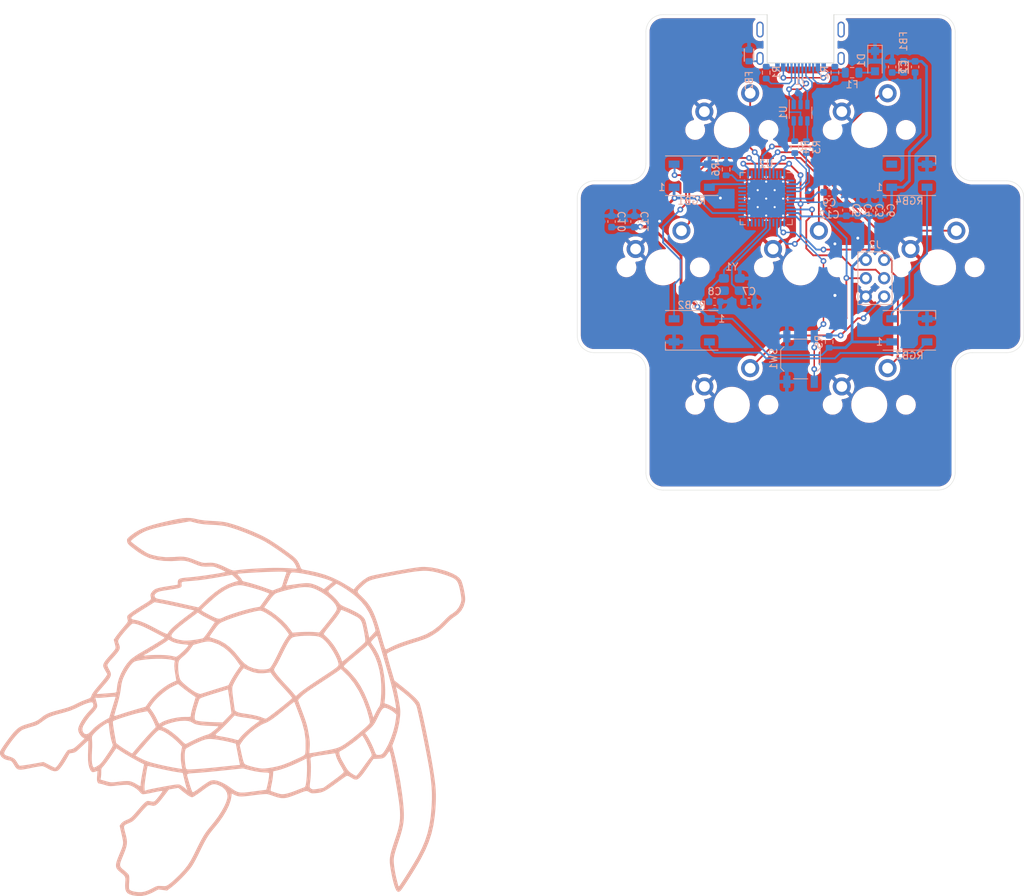
<source format=kicad_pcb>
(kicad_pcb (version 20211014) (generator pcbnew)
  (layers (0 "F.Cu" signal) (31 "B.Cu" signal) (34 "B.Paste" user) (35 "F.Paste" user) (36 "B.SilkS" user "B.Silkscreen") (37 "F.SilkS" user "F.Silkscreen") (38 "B.Mask" user) (39 "F.Mask" user) (44 "Edge.Cuts" user))
  (net 0 "")
  (net 2 "GND")
  (net 3 "VCC")
  (net 4 "Net-(C1-Pad1)")
  (net 5 "Net-(RGB1-Pad2)")
  (net 6 "LED")
  (net 7 "Net-(RGB2-Pad2)")
  (net 8 "Net-(RGB3-Pad2)")
  (net 9 "Net-(C7-Pad2)")
  (net 10 "Net-(C8-Pad2)")
  (net 11 "MX1")
  (net 12 "MX2")
  (net 13 "MX3")
  (net 14 "MX4")
  (net 15 "MX5")
  (net 16 "MX6")
  (net 17 "MX7")
  (net 18 "/VBUS")
  (net 19 "Net-(FB2-Pad2)")
  (net 20 "Net-(J1-PadA5)")
  (net 21 "Net-(J1-PadA6)")
  (net 22 "Net-(J1-PadA7)")
  (net 24 "Net-(J1-PadB5)")
  (net 26 "MISO")
  (net 27 "MOSI")
  (net 28 "RST")
  (net 29 "/MCU+")
  (net 30 "D+")
  (net 31 "/MCU-")
  (net 32 "D-")
  (net 33 "Net-(R6-Pad2)")
  (net 37 "Net-(C9-Pad1)")
  (net 38 "SCK")
  (footprint "0xcb:SW_Cherry_MX_PCB_1.00u" (layer "F.Cu") (at 137.31875 108.825939)
    (fp_text reference "MX7")
    (fp_text value "MX-NoLED")
  )
  (footprint "0xcb:SW_Cherry_MX_PCB_1.00u" (layer "F.Cu") (at 118.26875 70.725939)
    (fp_text reference "MX1")
    (fp_text value "MX-NoLED")
  )
  (footprint "0xcb:SW_Cherry_MX_PCB_1.00u" (layer "F.Cu") (at 127.79375 89.775939)
    (fp_text reference "MX4")
    (fp_text value "MX-NoLED")
  )
  (footprint "0xcb:SW_Cherry_MX_PCB_1.00u" (layer "F.Cu") (at 137.31875 70.725939)
    (fp_text reference "MX2")
    (fp_text value "MX-NoLED")
  )
  (footprint "0xcb:SW_Cherry_MX_PCB_1.00u" (layer "F.Cu") (at 146.84375 89.775939)
    (fp_text reference "MX5")
    (fp_text value "MX-NoLED")
  )
  (footprint "0xcb:SW_Cherry_MX_PCB_1.00u" (layer "F.Cu") (at 118.26875 108.825939)
    (fp_text reference "MX6")
    (fp_text value "MX-NoLED")
  )
  (footprint "0xcb:SW_Cherry_MX_PCB_1.00u" (layer "F.Cu") (at 108.74375 89.775939)
    (fp_text reference "MX3")
    (fp_text value "MX-NoLED")
  )
  (footprint "Resistor_SMD:R_0603_1608Metric" (layer "B.Cu") (at 117.475 76.2 -90)
    (fp_text reference "R6")
    (fp_text value "10k")
  )
  (footprint "LED_SMD:LED_WS2812B_PLCC4_5.0x5.0mm_P3.2mm" (layer "B.Cu") (at 142.875 98.507189)
    (fp_text reference "RGB3")
    (fp_text value "WS2812B")
  )
  (footprint "0xcb:molex2169900001" (layer "B.Cu") (at 127.79375 54.717189)
    (fp_text reference "J1")
    (fp_text value "USB_IN")
    (fp_line (start -4.625 0.025) (end -4.625 6.725) (layer "Edge.Cuts") (width 0.1))
    (fp_line (start 4.615 0.025) (end 4.615 6.725) (layer "Edge.Cuts") (width 0.1))
    (fp_line (start -4.625 6.725) (end 4.615 6.725) (layer "Edge.Cuts") (width 0.1))
  )
  (footprint "Capacitor_SMD:C_0603_1608Metric" (layer "B.Cu") (at 137.31875 81.875939 90)
    (fp_text reference "C3")
    (fp_text value "100n")
  )
  (footprint "0xcb:Fuse_0805_2012Metric" (layer "B.Cu") (at 134.9375 62.788439)
    (fp_text reference "F1")
    (fp_text value "1A")
  )
  (footprint "Capacitor_SMD:C_0603_1608Metric" (layer "B.Cu") (at 134.14375 81.857189 90)
    (fp_text reference "C5")
    (fp_text value "100n")
  )
  (footprint "Capacitor_SMD:C_0603_1608Metric" (layer "B.Cu") (at 104.775 83.425939 90)
    (fp_text reference "C11")
    (fp_text value "100n")
  )
  (footprint "Button_Switch_SMD:SW_SPST_TL3342" (layer "B.Cu") (at 127.79375 102.475939 -90)
    (fp_text reference "SW1")
    (fp_text value "SW_Push")
  )
  (footprint "LED_SMD:LED_WS2812B_PLCC4_5.0x5.0mm_P3.2mm" (layer "B.Cu") (at 112.7125 98.507189 180)
    (fp_text reference "RGB2")
    (fp_text value "WS2812B")
  )
  (footprint "Capacitor_SMD:C_0603_1608Metric" (layer "B.Cu") (at 115.8875 94.538439 180)
    (fp_text reference "C8")
    (fp_text value "22p")
  )
  (footprint "Resistor_SMD:R_0603_1608Metric" (layer "B.Cu") (at 131.7625 100.094689 -90)
    (fp_text reference "R5")
    (fp_text value "10k")
  )
  (footprint "Package_TO_SOT_SMD:SOT-23-6" (layer "B.Cu") (at 127.79375 68.344689 -90)
    (fp_text reference "U1")
    (fp_text value "USBLC6-2SC6")
  )
  (footprint "Resistor_SMD:R_0603_1608Metric" (layer "B.Cu") (at 123.03125 62.788439 90)
    (fp_text reference "R1")
    (fp_text value "5.1k")
  )
  (footprint "Capacitor_SMD:C_0603_1608Metric" (layer "B.Cu") (at 138.90625 81.875939 90)
    (fp_text reference "C6")
    (fp_text value "1u")
  )
  (footprint "Capacitor_SMD:C_0603_1608Metric" (layer "B.Cu") (at 120.65 94.538439 180)
    (fp_text reference "C7")
    (fp_text value "22p")
  )
  (footprint "Resistor_SMD:R_0603_1608Metric" (layer "B.Cu") (at 132.55625 62.788439 -90)
    (fp_text reference "R2")
    (fp_text value "5.1k")
  )
  (footprint "Resistor_SMD:R_0603_1608Metric" (layer "B.Cu") (at 127 73.107189 90)
    (fp_text reference "R4")
    (fp_text value "22")
  )
  (footprint "Capacitor_SMD:C_0603_1608Metric" (layer "B.Cu") (at 135.73125 81.875939 90)
    (fp_text reference "C4")
    (fp_text value "100n")
  )
  (footprint "Capacitor_SMD:C_0603_1608Metric" (layer "B.Cu") (at 131.7625 81.044689)
    (fp_text reference "C12")
    (fp_text value "1u")
  )
  (footprint "0xcb:AVR_PROG_2.54_THT" (layer "B.Cu") (at 138.1125 91.28125 -90)
    (fp_text reference "J2")
    (fp_text value "AVR-ISP-6")
  )
  (footprint "0xcb:Crystal_SMD_3225-4Pin_3.2x2.5mm" (layer "B.Cu") (at 118.26875 92.157189 180)
    (fp_text reference "Y1")
    (fp_text value "16MHz")
  )
  (footprint "0xcb:Ferrite_Bead_0603" (layer "B.Cu") (at 120.65 60.407189 -90)
    (fp_text reference "FB2")
    (fp_text value "600R" hide)
  )
  (footprint "LED_SMD:LED_WS2812B_PLCC4_5.0x5.0mm_P3.2mm" (layer "B.Cu") (at 112.7125 77.075939)
    (fp_text reference "RGB1")
    (fp_text value "WS2812B")
  )
  (footprint "Capacitor_SMD:C_0603_1608Metric" (layer "B.Cu") (at 101.6 83.425939 90)
    (fp_text reference "C10")
    (fp_text value "100n")
  )
  (footprint "0xcb:QFN-44-1EP_7x7mm_P0.5mm_EP5.2x5.2mm_ThermalVias" (layer "B.Cu") (at 123.03125 80.250939 180)
    (fp_text reference "U2")
    (fp_text value "ATMEGA32U4")
  )
  (footprint "0xcb:Ferrite_Bead_0603" (layer "B.Cu") (at 142.08125 61.994689 90)
    (fp_text reference "FB1")
    (fp_text value "600R" hide)
  )
  (footprint "Capacitor_SMD:C_0603_1608Metric" (layer "B.Cu") (at 143.66875 61.994689 -90)
    (fp_text reference "C2")
    (fp_text value "1u")
  )
  (footprint "Capacitor_SMD:C_0603_1608Metric" (layer "B.Cu") (at 131.7625 79.375)
    (fp_text reference "C9")
    (fp_text value "100n")
  )
  (footprint "LOGO" (layer "B.Cu") (at 50.00625 151.688439 -170)
    (fp_text reference "G***" hide)
    (fp_text value "LOGO" hide)
  )
  (footprint "Capacitor_SMD:C_0603_1608Metric" (layer "B.Cu") (at 140.49375 61.994689 90)
    (fp_text reference "C1")
    (fp_text value "10u")
  )
  (footprint "LED_SMD:LED_WS2812B_PLCC4_5.0x5.0mm_P3.2mm" (layer "B.Cu") (at 142.875 77.075939)
    (fp_text reference "RGB4")
    (fp_text value "WS2812B")
  )
  (footprint "Resistor_SMD:R_0603_1608Metric" (layer "B.Cu") (at 128.5875 73.107189 90)
    (fp_text reference "R3")
    (fp_text value "22")
  )
  (footprint "Diode_SMD:D_SOD-123F" (layer "B.Cu") (at 138.1125 61.200939 -90)
    (fp_text reference "D1")
    (fp_text value "SMF5.0CA")
  )
  (gr_arc (start 156.36875 77.7875) (mid 158.052548 78.484952) (end 158.75 80.16875) (layer "Edge.Cuts") (width 0.05))
  (gr_arc (start 106.3625 57.123439) (mid 107.059952 55.439641) (end 108.74375 54.742189) (layer "Edge.Cuts") (width 0.05))
  (gr_arc (start 103.98125 101.6) (mid 105.665048 102.297452) (end 106.3625 103.98125) (layer "Edge.Cuts") (width 0.05))
  (gr_line (start 149.225 57.94375) (end 149.225 57.123439) (layer "Edge.Cuts") (width 0.05))
  (gr_arc (start 146.84375 54.742189) (mid 148.527548 55.439641) (end 149.225 57.123439) (layer "Edge.Cuts") (width 0.05))
  (gr_line (start 156.36875 77.7875) (end 151.60625 77.7875) (layer "Edge.Cuts") (width 0.05))
  (gr_arc (start 151.60625 77.7875) (mid 149.922452 77.090048) (end 149.225 75.40625) (layer "Edge.Cuts") (width 0.05))
  (gr_arc (start 99.21875 101.6) (mid 97.534952 100.902548) (end 96.8375 99.21875) (layer "Edge.Cuts") (width 0.05))
  (gr_line (start 99.21875 101.6) (end 103.98125 101.6) (layer "Edge.Cuts") (width 0.05))
  (gr_line (start 108.74375 120.65) (end 146.84375 120.65) (layer "Edge.Cuts") (width 0.05))
  (gr_line (start 106.3625 57.123439) (end 106.3625 75.40625) (layer "Edge.Cuts") (width 0.05))
  (gr_line (start 149.225 118.26875) (end 149.225 103.98125) (layer "Edge.Cuts") (width 0.05))
  (gr_line (start 106.3625 103.98125) (end 106.3625 118.26875) (layer "Edge.Cuts") (width 0.05))
  (gr_line (start 103.98125 77.7875) (end 99.21875 77.7875) (layer "Edge.Cuts") (width 0.05))
  (gr_line (start 158.75 99.21875) (end 158.75 80.16875) (layer "Edge.Cuts") (width 0.05))
  (gr_arc (start 158.75 99.21875) (mid 158.052548 100.902548) (end 156.36875 101.6) (layer "Edge.Cuts") (width 0.05))
  (gr_arc (start 149.225 103.98125) (mid 149.922452 102.297452) (end 151.60625 101.6) (layer "Edge.Cuts") (width 0.05))
  (gr_arc (start 149.225 118.26875) (mid 148.527548 119.952548) (end 146.84375 120.65) (layer "Edge.Cuts") (width 0.05))
  (gr_arc (start 96.8375 80.16875) (mid 97.534952 78.484952) (end 99.21875 77.7875) (layer "Edge.Cuts") (width 0.05))
  (gr_line (start 151.60625 101.6) (end 156.36875 101.6) (layer "Edge.Cuts") (width 0.05))
  (gr_line (start 123.16875 54.742189) (end 108.74375 54.742189) (layer "Edge.Cuts") (width 0.05))
  (gr_line (start 96.8375 80.16875) (end 96.8375 99.21875) (layer "Edge.Cuts") (width 0.05))
  (gr_line (start 149.225 75.40625) (end 149.225 57.94375) (layer "Edge.Cuts") (width 0.05))
  (gr_arc (start 108.74375 120.65) (mid 107.059952 119.952548) (end 106.3625 118.26875) (layer "Edge.Cuts") (width 0.05))
  (gr_arc (start 106.3625 75.40625) (mid 105.665048 77.090048) (end 103.98125 77.7875) (layer "Edge.Cuts") (width 0.05))
  (gr_line (start 132.40875 54.742189) (end 146.84375 54.742189) (layer "Edge.Cuts") (width 0.05))
  (via (at 132.55625 93.6625) (size 0.8) (drill 0.4) (layers "F.Cu" "B.Cu") (net 2))
  (via (at 135.73125 85.725) (size 0.8) (drill 0.4) (layers "F.Cu" "B.Cu") (net 2))
  (via (at 132.55625 93.6625) (size 0.8) (drill 0.4) (layers "F.Cu" "B.Cu") (net 2))
  (via (at 129.072531 79.023114) (size 0.8) (drill 0.4) (layers "F.Cu" "B.Cu") (net 2))
  (via (at 108.254941 83.381183) (size 0.8) (drill 0.4) (layers "F.Cu" "B.Cu") (net 2))
  (via (at 132.55625 93.6625) (size 0.8) (drill 0.4) (layers "F.Cu" "B.Cu") (net 2))
  (via (at 116.68125 80.16875) (size 0.8) (drill 0.4) (layers "F.Cu" "B.Cu") (net 2))
  (via (at 132.55625 86.51875) (size 0.8) (drill 0.4) (layers "F.Cu" "B.Cu") (net 2))
  (segment (start 126.20625 75.40625) (end 119.85625 75.40625) (width 0.254) (layer "F.Cu") (net 3))
  (segment (start 106.3625 84.1375) (end 107.15625 84.1375) (width 0.381) (layer "F.Cu") (net 3))
  (segment (start 127.79375 80.9625) (end 127.79375 80.977439) (width 0.254) (layer "F.Cu") (net 3))
  (segment (start 111.233771 92.759979) (end 111.233771 92.977521) (width 0.381) (layer "F.Cu") (net 3))
  (segment (start 127.79375 76.99375) (end 126.20625 75.40625) (width 0.254) (layer "F.Cu") (net 3))
  (segment (start 127.79375 85.725) (end 127 86.51875) (width 0.254) (layer "F.Cu") (net 3))
  (segment (start 111.233771 88.215021) (end 111.233771 92.759979) (width 0.381) (layer "F.Cu") (net 3))
  (segment (start 110.33125 80.16875) (end 106.3625 84.1375) (width 0.381) (layer "F.Cu") (net 3))
  (segment (start 111.233771 92.977521) (end 113.50625 95.25) (width 0.381) (layer "F.Cu") (net 3))
  (segment (start 127.79375 80.9625) (end 127.79375 85.725) (width 0.254) (layer "F.Cu") (net 3))
  (segment (start 106.3625 84.1375) (end 105.56875 84.1375) (width 0.381) (layer "F.Cu") (net 3))
  (segment (start 107.15625 84.1375) (end 111.233771 88.215021) (width 0.381) (layer "F.Cu") (net 3))
  (segment (start 127.79375 76.99375) (end 127.79375 80.9625) (width 0.254) (layer "F.Cu") (net 3))
  (via (at 110.33125 80.16875) (size 0.8) (drill 0.4) (layers "F.Cu" "B.Cu") (net 3))
  (via (at 127.79375 76.99375) (size 0.8) (drill 0.4) (layers "F.Cu" "B.Cu") (net 3))
  (via (at 113.50625 80.16875) (size 0.8) (drill 0.4) (layers "F.Cu" "B.Cu") (net 3))
  (via (at 127 86.51875) (size 0.8) (drill 0.4) (layers "F.Cu" "B.Cu") (net 3))
  (via (at 126.20625 75.40625) (size 0.8) (drill 0.4) (layers "F.Cu" "B.Cu") (net 3))
  (via (at 113.50625 95.25) (size 0.8) (drill 0.4) (layers "F.Cu" "B.Cu") (net 3))
  (via (at 127.79375 80.977439) (size 0.8) (drill 0.4) (layers "F.Cu" "B.Cu") (net 3))
  (via (at 105.56875 84.1375) (size 0.8) (drill 0.4) (layers "F.Cu" "B.Cu") (net 3))
  (via (at 119.85625 75.40625) (size 0.8) (drill 0.4) (layers "F.Cu" "B.Cu") (net 3))
  (segment (start 140.425 81.907189) (end 140.425 78.675939) (width 0.381) (layer "B.Cu") (net 3))
  (segment (start 125.829144 86.51875) (end 127 86.51875) (width 0.254) (layer "B.Cu") (net 3))
  (segment (start 120.53125 76.08125) (end 119.85625 75.40625) (width 0.254) (layer "B.Cu") (net 3))
  (segment (start 139.68125 82.650939) (end 140.425 81.907189) (width 0.381) (layer "B.Cu") (net 3))
  (segment (start 144.563439 61.219689) (end 145.25625 61.9125) (width 0.381) (layer "B.Cu") (net 3))
  (segment (start 134.14375 100.80625) (end 134.030311 100.919689) (width 0.381) (layer "B.Cu") (net 3))
  (segment (start 105.505311 84.200939) (end 105.56875 84.1375) (width 0.381) (layer "B.Cu") (net 3))
  (segment (start 145.25625 61.9125) (end 145.25625 71.4375) (width 0.381) (layer "B.Cu") (net 3))
  (segment (start 134.9375 89.69375) (end 134.9375 100.0125) (width 0.381) (layer "B.Cu") (net 3))
  (segment (start 125.53125 76.08125) (end 126.20625 75.40625) (width 0.254) (layer "B.Cu") (net 3))
  (segment (start 113.50625 95.250939) (end 115.1625 96.907189) (width 0.381) (layer "B.Cu") (net 3))
  (segment (start 120.53125 76.913439) (end 120.53125 76.08125) (width 0.254) (layer "B.Cu") (net 3))
  (segment (start 140.425 100.107189) (end 134.842811 100.107189) (width 0.381) (layer "B.Cu") (net 3))
  (segment (start 127.79375 77.7875) (end 127.79375 76.99375) (width 0.254) (layer "B.Cu") (net 3))
  (segment (start 119.69375 82.250939) (end 115.588439 82.250939) (width 0.254) (layer "B.Cu") (net 3))
  (segment (start 134.030311 100.919689) (end 131.7625 100.919689) (width 0.381) (layer "B.Cu") (net 3))
  (segment (start 142.875 77.7875) (end 141.986561 78.675939) (width 0.381) (layer "B.Cu") (net 3))
  (segment (start 126.36875 80.750939) (end 130.69375 80.750939) (width 0.2032) (layer "B.Cu") (net 3))
  (segment (start 143.66875 61.219689) (end 144.563439 61.219689) (width 0.381) (layer "B.Cu") (net 3))
  (segment (start 110.2625 80.1) (end 110.33125 80.16875) (width 0.381) (layer "B.Cu") (net 3))
  (segment (start 118.338439 96.907189) (end 123.37148 101.94023) (width 0.254) (layer "B.Cu") (net 3))
  (segment (start 134.9375 100.0125) (end 134.14375 100.80625) (width 0.381) (layer "B.Cu") (net 3))
  (segment (start 141.986561 78.675939) (end 140.425 78.675939) (width 0.381) (layer "B.Cu") (net 3))
  (segment (start 130.9875 81.857189) (end 131.324531 82.194219) (width 0.381) (layer "B.Cu") (net 3))
  (segment (start 145.25625 71.4375) (end 142.875 73.81875) (width 0.381) (layer "B.Cu") (net 3))
  (segment (start 124.53125 83.588439) (end 124.53125 85.220856) (width 0.254) (layer "B.Cu") (net 3))
  (segment (start 115.1625 96.907189) (end 118.338439 96.907189) (width 0.254) (layer "B.Cu") (net 3))
  (segment (start 142.08125 61.194689) (end 143.64375 61.194689) (width 0.381) (layer "B.Cu") (net 3))
  (segment (start 137.31875 87.3125) (end 137.31875 82.650939) (width 0.381) (layer "B.Cu") (net 3))
  (segment (start 101.6 84.200939) (end 104.775 84.200939) (width 0.381) (layer "B.Cu") (net 3))
  (segment (start 123.37148 101.94023) (end 130.741959 101.94023) (width 0.254) (layer "B.Cu") (net 3))
  (segment (start 130.9875 81.044689) (end 130.9875 81.857189) (width 0.381) (layer "B.Cu") (net 3))
  (segment (start 113.50625 95.25) (end 113.50625 95.250939) (width 0.381) (layer "B.Cu") (net 3))
  (segment (start 142.875 73.81875) (end 142.875 77.7875) (width 0.381) (layer "B.Cu") (net 3))
  (segment (start 138.90625 82.650939) (end 139.68125 82.650939) (width 0.381) (layer "B.Cu") (net 3))
  (segment (start 104.775 84.200939) (end 105.505311 84.200939) (width 0.381) (layer "B.Cu") (net 3))
  (segment (start 143.64375 61.194689) (end 143.66875 61.219689) (width 0.381) (layer "B.Cu") (net 3))
  (segment (start 134.842811 100.107189) (end 134.14375 100.80625) (width 0.381) (layer "B.Cu") (net 3))
  (segment (start 125.53125 76.913439) (end 125.53125 76.08125) (width 0.254) (layer "B.Cu") (net 3))
  (segment (start 130.741959 101.94023) (end 131.7625 100.919689) (width 0.254) (layer "B.Cu") (net 3))
  (segment (start 130.69375 80.750939) (end 130.9875 81.044689) (width 0.2032) (layer "B.Cu") (net 3))
  (segment (start 134.9375 89.69375) (end 137.31875 87.3125) (width 0.381) (layer "B.Cu") (net 3))
  (segment (start 124.53125 85.220856) (end 125.829144 86.51875) (width 0.254) (layer "B.Cu") (net 3))
  (segment (start 110.33125 80.16875) (end 113.50625 80.16875) (width 0.381) (layer "B.Cu") (net 3))
  (segment (start 127.330311 78.250939) (end 127.79375 77.7875) (width 0.254) (layer "B.Cu") (net 3))
  (segment (start 126.36875 78.250939) (end 127.330311 78.250939) (width 0.254) (layer "B.Cu") (net 3))
  (segment (start 115.588439 82.250939) (end 113.50625 80.16875) (width 0.254) (layer "B.Cu") (net 3))
  (segment (start 110.2625 78.675939) (end 110.2625 80.1) (width 0.381) (layer "B.Cu") (net 3))
  (segment (start 131.324531 82.194219) (end 131.78125 82.650939) (width 0.381) (layer "B.Cu") (net 3))
  (segment (start 131.78125 82.650939) (end 138.90625 82.650939) (width 0.381) (layer "B.Cu") (net 3))
  (segment (start 137.925 62.788439) (end 138.1125 62.600939) (width 0.254) (layer "B.Cu") (net 4))
  (segment (start 142.05625 62.769689) (end 142.08125 62.794689) (width 0.254) (layer "B.Cu") (net 4))
  (segment (start 135.875 62.788439) (end 137.925 62.788439) (width 0.254) (layer "B.Cu") (net 4))
  (segment (start 140.49375 62.769689) (end 142.05625 62.769689) (width 0.254) (layer "B.Cu") (net 4))
  (segment (start 111.125 76.99375) (end 110.33125 76.99375) (width 0.254) (layer "F.Cu") (net 5))
  (segment (start 111.91875 77.7875) (end 111.125 76.99375) (width 0.254) (layer "F.Cu") (net 5))
  (segment (start 111.91875 77.7875) (end 111.91875 80.973813) (width 0.254) (layer "F.Cu") (net 5))
  (segment (start 111.91875 80.973813) (end 111.126171 81.766392) (width 0.254) (layer "F.Cu") (net 5))
  (via (at 111.126171 81.766392) (size 0.8) (drill 0.4) (layers "F.Cu" "B.Cu") (net 5))
  (via (at 110.33125 76.99375) (size 0.8) (drill 0.4) (layers "F.Cu" "B.Cu") (net 5))
  (segment (start 108.74375 86.344319) (end 111.170271 88.77084) (width 0.254) (layer "B.Cu") (net 5))
  (segment (start 108.74375 84.148813) (end 108.74375 86.344319) (width 0.254) (layer "B.Cu") (net 5))
  (segment (start 111.170271 88.77084) (end 111.170271 91.235979) (width 0.254) (layer "B.Cu") (net 5))
  (segment (start 111.170271 91.235979) (end 110.2625 92.14375) (width 0.254) (layer "B.Cu") (net 5))
  (segment (start 110.2625 92.14375) (end 110.2625 96.907189) (width 0.254) (layer "B.Cu") (net 5))
  (segment (start 111.126171 81.766392) (end 108.74375 84.148813) (width 0.254) (layer "B.Cu") (net 5))
  (segment (start 110.33125 76.99375) (end 110.33125 75.544689) (width 0.254) (layer "B.Cu") (net 5))
  (segment (start 110.33125 75.544689) (end 110.2625 75.475939) (width 0.254) (layer "B.Cu") (net 5))
  (segment (start 119.69375 78.250939) (end 115.5875 78.250939) (width 0.254) (layer "B.Cu") (net 6))
  (segment (start 115.5875 78.250939) (end 115.1625 78.675939) (width 0.254) (layer "B.Cu") (net 6))
  (segment (start 143.78598 101.646209) (end 133.303791 101.646209) (width 0.254) (layer "B.Cu") (net 7))
  (segment (start 132.55625 102.39375) (end 123.03125 102.39375) (width 0.254) (layer "B.Cu") (net 7))
  (segment (start 115.8875 101.6) (end 115.1625 100.875) (width 0.254) (layer "B.Cu") (net 7))
  (segment (start 122.2375 101.6) (end 115.8875 101.6) (width 0.254) (layer "B.Cu") (net 7))
  (segment (start 115.1625 100.875) (end 115.1625 100.107189) (width 0.254) (layer "B.Cu") (net 7))
  (segment (start 123.03125 102.39375) (end 122.2375 101.6) (width 0.254) (layer "B.Cu") (net 7))
  (segment (start 145.325 100.107189) (end 143.78598 101.646209) (width 0.254) (layer "B.Cu") (net 7))
  (segment (start 133.303791 101.646209) (end 132.55625 102.39375) (width 0.254) (layer "B.Cu") (net 7))
  (segment (start 142.875 93.6625) (end 140.425 96.1125) (width 0.254) (layer "B.Cu") (net 8))
  (segment (start 140.425 96.1125) (end 140.425 96.907189) (width 0.254) (layer "B.Cu") (net 8))
  (segment (start 142.875 90.4875) (end 142.875 93.6625) (width 0.254) (layer "B.Cu") (net 8))
  (segment (start 145.325 87.863069) (end 144.417229 88.77084) (width 0.254) (layer "B.Cu") (net 8))
  (segment (start 144.417229 88.945271) (end 142.875 90.4875) (width 0.254) (layer "B.Cu") (net 8))
  (segment (start 144.417229 88.77084) (end 144.417229 88.945271) (width 0.254) (layer "B.Cu") (net 8))
  (segment (start 145.325 78.675939) (end 145.325 87.863069) (width 0.254) (layer "B.Cu") (net 8))
  (segment (start 119.875 93.513439) (end 119.36875 93.007189) (width 0.254) (layer "B.Cu") (net 9))
  (segment (start 119.36875 93.007189) (end 119.200939 93.007189) (width 0.254) (layer "B.Cu") (net 9))
  (segment (start 118.26875 89.69375) (end 123.53125 84.43125) (width 0.254) (layer "B.Cu") (net 9))
  (segment (start 119.875 94.538439) (end 119.875 93.513439) (width 0.254) (layer "B.Cu") (net 9))
  (segment (start 119.200939 93.007189) (end 118.26875 92.075) (width 0.254) (layer "B.Cu") (net 9))
  (segment (start 118.26875 92.075) (end 118.26875 89.69375) (width 0.254) (layer "B.Cu") (net 9))
  (segment (start 123.53125 84.43125) (end 123.53125 83.588439) (width 0.254) (layer "B.Cu") (net 9))
  (segment (start 117.16875 91.307189) (end 117.16875 90.152376) (width 0.254) (layer "B.Cu") (net 10))
  (segment (start 115.1125 94.538439) (end 115.1125 92.8875) (width 0.254) (layer "B.Cu") (net 10))
  (segment (start 116.692811 91.307189) (end 117.16875 91.307189) (width 0.254) (layer "B.Cu") (net 10))
  (segment (start 117.16875 90.152376) (end 123.03125 84.289876) (width 0.254) (layer "B.Cu") (net 10))
  (segment (start 115.1125 92.8875) (end 116.692811 91.307189) (width 0.254) (layer "B.Cu") (net 10))
  (segment (start 123.03125 84.289876) (end 123.03125 83.588439) (width 0.254) (layer "B.Cu") (net 10))
  (segment (start 120.80875 73.18375) (end 121.44375 73.81875) (width 0.254) (layer "F.Cu") (net 11))
  (segment (start 120.80875 65.645939) (end 120.80875 73.18375) (width 0.254) (layer "F.Cu") (net 11))
  (via (at 121.44375 73.81875) (size 0.8) (drill 0.4) (layers "F.Cu" "B.Cu") (net 11))
  (segment (start 121.44375 73.81875) (end 122.03125 74.40625) (width 0.254) (layer "B.Cu") (net 11))
  (segment (start 122.03125 74.40625) (end 122.03125 76.913439) (width 0.254) (layer "B.Cu") (net 11))
  (segment (start 134.14375 70.469319) (end 134.14375 71.4375) (width 0.254) (layer "F.Cu") (net 12))
  (segment (start 134.14375 71.4375) (end 132.55625 73.025) (width 0.254) (layer "F.Cu") (net 12))
  (segment (start 132.55625 73.025) (end 123.825 73.025) (width 0.254) (layer "F.Cu") (net 12))
  (segment (start 138.96713 65.645939) (end 134.14375 70.469319) (width 0.254) (layer "F.Cu") (net 12))
  (segment (start 139.85875 65.645939) (end 138.96713 65.645939) (width 0.254) (layer "F.Cu") (net 12))
  (via (at 123.825 73.025) (size 0.8) (drill 0.4) (layers "F.Cu" "B.Cu") (net 12))
  (segment (start 122.53125 74.31875) (end 122.53125 76.913439) (width 0.254) (layer "B.Cu") (net 12))
  (segment (start 123.825 73.025) (end 122.53125 74.31875) (width 0.254) (layer "B.Cu") (net 12))
  (segment (start 112.37227 83.607419) (end 112.37227 77.7875) (width 0.254) (layer "F.Cu") (net 13))
  (segment (start 112.37227 77.7875) (end 115.54727 74.6125) (width 0.254) (layer "F.Cu") (net 13))
  (segment (start 115.54727 74.6125) (end 120.65 74.6125) (width 0.254) (layer "F.Cu") (net 13))
  (segment (start 111.28375 84.695939) (end 112.37227 83.607419) (width 0.254) (layer "F.Cu") (net 13))
  (via (at 120.65 74.6125) (size 0.8) (drill 0.4) (layers "F.Cu" "B.Cu") (net 13))
  (segment (start 120.65 74.6125) (end 121.53125 75.49375) (width 0.254) (layer "B.Cu") (net 13))
  (segment (start 121.53125 75.49375) (end 121.53125 76.913439) (width 0.254) (layer "B.Cu") (net 13))
  (segment (start 130.33375 77.1525) (end 127.79375 74.6125) (width 0.254) (layer "F.Cu") (net 14))
  (segment (start 130.33375 84.695939) (end 130.33375 77.1525) (width 0.254) (layer "F.Cu") (net 14))
  (segment (start 127.79375 74.6125) (end 125.4125 74.6125) (width 0.254) (layer "F.Cu") (net 14))
  (via (at 125.4125 74.6125) (size 0.8) (drill 0.4) (layers "F.Cu" "B.Cu") (net 14))
  (segment (start 124.03125 76.913439) (end 124.03125 75.99375) (width 0.254) (layer "B.Cu") (net 14))
  (segment (start 124.03125 75.99375) (end 125.4125 74.6125) (width 0.254) (layer "B.Cu") (net 14))
  (segment (start 149.38375 84.695939) (end 138.518563 84.695939) (width 0.254) (layer "F.Cu") (net 15))
  (segment (start 138.518563 84.695939) (end 127.641374 73.81875) (width 0.254) (layer "F.Cu") (net 15))
  (segment (start 127.641374 73.81875) (end 124.61875 73.81875) (width 0.254) (layer "F.Cu") (net 15))
  (via (at 124.61875 73.81875) (size 0.8) (drill 0.4) (layers "F.Cu" "B.Cu") (net 15))
  (segment (start 123.53125 74.90625) (end 123.53125 76.913439) (width 0.254) (layer "B.Cu") (net 15))
  (segment (start 124.61875 73.81875) (end 123.53125 74.90625) (width 0.254) (layer "B.Cu") (net 15))
  (segment (start 134.14375 96.8375) (end 134.14375 91.253479) (width 0.254) (layer "F.Cu") (net 16))
  (segment (start 134.179021 91.28125) (end 134.1475 91.249729) (width 0.254) (layer "F.Cu") (net 16))
  (segment (start 136.8425 91.28125) (end 134.179021 91.28125) (width 0.254) (layer "F.Cu") (net 16))
  (segment (start 134.14375 96.8375) (end 134.175271 96.805979) (width 0.254) (layer "F.Cu") (net 16))
  (segment (start 120.80875 103.745939) (end 125.335939 99.21875) (width 0.254) (layer "F.Cu") (net 16))
  (segment (start 125.335939 99.21875) (end 131.7625 99.21875) (width 0.254) (layer "F.Cu") (net 16))
  (segment (start 134.175271 91.221958) (end 134.1475 91.249729) (width 0.254) (layer "F.Cu") (net 16))
  (segment (start 131.7625 99.21875) (end 134.14375 96.8375) (width 0.254) (layer "F.Cu") (net 16))
  (segment (start 134.14375 91.253479) (end 134.1475 91.249729) (width 0.254) (layer "F.Cu") (net 16))
  (via (at 134.1475 91.249729) (size 0.8) (drill 0.4) (layers "F.Cu" "B.Cu") (net 16))
  (segment (start 134.175271 85.756521) (end 134.155656 85.756521) (width 0.254) (layer "B.Cu") (net 16))
  (segment (start 131.110374 82.711239) (end 129.542489 82.711239) (width 0.254) (layer "B.Cu") (net 16))
  (segment (start 127.494689 82.250939) (end 127.954989 82.711239) (width 0.254) (layer "B.Cu") (net 16))
  (segment (start 129.542489 82.711239) (end 129.38125 82.711239) (width 0.254) (layer "B.Cu") (net 16))
  (segment (start 134.175271 91.221958) (end 134.175271 88.137771) (width 0.254) (layer "B.Cu") (net 16))
  (segment (start 134.1475 91.249729) (end 134.175271 91.221958) (width 0.254) (layer "B.Cu") (net 16))
  (segment (start 134.175271 88.137771) (end 134.175271 85.756521) (width 0.254) (layer "B.Cu") (net 16))
  (segment (start 134.155656 85.756521) (end 131.110374 82.711239) (width 0.254) (layer "B.Cu") (net 16))
  (segment (start 127.954989 82.711239) (end 129.542489 82.711239) (width 0.254) (layer "B.Cu") (net 16))
  (segment (start 129.38125 82.711239) (end 128.748739 82.711239) (width 0.254) (layer "B.Cu") (net 16))
  (segment (start 126.36875 82.250939) (end 127.494689 82.250939) (width 0.254) (layer "B.Cu") (net 16))
  (segment (start 140.462229 90.455979) (end 140.462229 88.868479) (width 0.254) (layer "F.Cu") (net 17))
  (segment (start 138.90625 87.3125) (end 130.96875 87.3125) (width 0.254) (layer "F.Cu") (net 17))
  (segment (start 141.2875 102.317189) (end 141.2875 91.28125) (width 0.254) (layer "F.Cu") (net 17))
  (segment (start 139.85875 103.745939) (end 141.2875 102.317189) (width 0.254) (layer "F.Cu") (net 17))
  (segment (start 140.462229 88.868479) (end 138.90625 87.3125) (width 0.254) (layer "F.Cu") (net 17))
  (segment (start 141.2875 91.28125) (end 140.462229 90.455979) (width 0.254) (layer "F.Cu") (net 17))
  (via (at 130.96875 87.3125) (size 0.8) (drill 0.4) (layers "F.Cu" "B.Cu") (net 17))
  (segment (start 126.36875 82.750939) (end 127.200939 82.750939) (width 0.254) (layer "B.Cu") (net 17))
  (segment (start 130.96875 87.3125) (end 129.986704 87.3125) (width 0.254) (layer "B.Cu") (net 17))
  (segment (start 127.79375 85.119546) (end 127.79375 83.34375) (width 0.254) (layer "B.Cu") (net 17))
  (segment (start 127.200939 82.750939) (end 127.79375 83.34375) (width 0.254) (layer "B.Cu") (net 17))
  (segment (start 129.986704 87.3125) (end 127.79375 85.119546) (width 0.254) (layer "B.Cu") (net 17))
  (segment (start 125.4125 63.5) (end 130.96875 63.5) (width 0.2032) (layer "F.Cu") (net 18))
  (via (at 130.96875 63.5) (size 0.8) (drill 0.4) (layers "F.Cu" "B.Cu") (net 18))
  (via (at 125.4125 63.5) (size 0.8) (drill 0.4) (layers "F.Cu" "B.Cu") (net 18))
  (segment (start 131.680311 62.788439) (end 130.96875 63.5) (width 0.2032) (layer "B.Cu") (net 18))
  (segment (start 134 62.788439) (end 131.680311 62.788439) (width 0.2032) (layer "B.Cu") (net 18))
  (segment (start 125.4125 63.5) (end 125.4125 62.035939) (width 0.2032) (layer "B.Cu") (net 18))
  (segment (start 130.19375 62.017189) (end 130.19375 62.725) (width 0.2032) (layer "B.Cu") (net 18))
  (segment (start 130.19375 62.725) (end 130.96875 63.5) (width 0.2032) (layer "B.Cu") (net 18))
  (segment (start 126.20625 68.2625) (end 127.79375 68.2625) (width 0.2032) (layer "B.Cu") (net 18))
  (segment (start 125.4125 62.035939) (end 125.39375 62.017189) (width 0.2032) (layer "B.Cu") (net 18))
  (segment (start 127.79375 68.2625) (end 127.79375 69.482189) (width 0.2032) (layer "B.Cu") (net 18))
  (segment (start 120.65 61.207189) (end 121.78375 61.207189) (width 0.254) (layer "B.Cu") (net 19))
  (segment (start 121.78375 61.207189) (end 122.17375 60.817189) (width 0.254) (layer "B.Cu") (net 19))
  (segment (start 123.711561 64.29375) (end 123.03125 63.613439) (width 0.2032) (layer "B.Cu") (net 20))
  (segment (start 126.54375 63.95625) (end 126.20625 64.29375) (width 0.2032) (layer "B.Cu") (net 20))
  (segment (start 126.20625 64.29375) (end 123.711561 64.29375) (width 0.2032) (layer "B.Cu") (net 20))
  (segment (start 126.54375 62.017189) (end 126.54375 63.95625) (width 0.2032) (layer "B.Cu") (net 20))
  (segment (start 127.54375 64.241522) (end 128.74375 65.441522) (width 0.2032) (layer "B.Cu") (net 21))
  (segment (start 127.54375 62.017189) (end 127.54375 64.241522) (width 0.2032) (layer "B.Cu") (net 21))
  (segment (start 128.54375 63.258478) (end 129.38125 64.095978) (width 0.2032) (layer "B.Cu") (net 21))
  (segment (start 128.74375 65.725) (end 128.74375 67.207189) (width 0.2032) (layer "B.Cu") (net 21))
  (segment (start 129.38125 64.095978) (end 129.38125 64.29375) (width 0.2032) (layer "B.Cu") (net 21))
  (segment (start 128.74375 65.441522) (end 129.38125 64.804022) (width 0.2032) (layer "B.Cu") (net 21))
  (segment (start 129.38125 64.804022) (end 129.38125 64.29375) (width 0.2032) (layer "B.Cu") (net 21))
  (segment (start 128.74375 65.441522) (end 128.74375 65.725) (width 0.2032) (layer "B.Cu") (net 21))
  (segment (start 128.54375 62.017189) (end 128.54375 63.258478) (width 0.2032) (layer "B.Cu") (net 21))
  (segment (start 128.5875 64.29375) (end 127.79375 65.0875) (width 0.2032) (layer "F.Cu") (net 22))
  (segment (start 127.79375 65.0875) (end 126.20625 65.0875) (width 0.2032) (layer "F.Cu") (net 22))
  (via (at 126.20625 65.0875) (size 0.8) (drill 0.4) (layers "F.Cu" "B.Cu") (net 22))
  (via (at 128.5875 64.29375) (size 0.8) (drill 0.4) (layers "F.Cu" "B.Cu") (net 22))
  (segment (start 127 66.675) (end 127 67.050939) (width 0.2032) (layer "B.Cu") (net 22))
  (segment (start 128.04375 62.017189) (end 128.04375 63.75) (width 0.2032) (layer "B.Cu") (net 22))
  (segment (start 127 67.050939) (end 126.84375 67.207189) (width 0.2032) (layer "B.Cu") (net 22))
  (segment (start 126.20625 65.88125) (end 127 66.675) (width 0.2032) (layer "B.Cu") (net 22))
  (segment (start 127.04375 64.25) (end 126.20625 65.0875) (width 0.2032) (layer "B.Cu") (net 22))
  (segment (start 128.04375 63.75) (end 128.5875 64.29375) (width 0.2032) (layer "B.Cu") (net 22))
  (segment (start 127.04375 62.017189) (end 127.04375 64.25) (width 0.2032) (layer "B.Cu") (net 22))
  (segment (start 126.20625 65.0875) (end 126.20625 65.88125) (width 0.2032) (layer "B.Cu") (net 22))
  (segment (start 130.148554 64.29375) (end 131.875939 64.29375) (width 0.2032) (layer "B.Cu") (net 24))
  (segment (start 129.54375 63.688946) (end 130.148554 64.29375) (width 0.2032) (layer "B.Cu") (net 24))
  (segment (start 129.54375 62.017189) (end 129.54375 63.688946) (width 0.2032) (layer "B.Cu") (net 24))
  (segment (start 131.875939 64.29375) (end 132.55625 63.613439) (width 0.2032) (layer "B.Cu") (net 24))
  (segment (start 119.688439 81.75625) (end 119.69375 81.750939) (width 0.254) (layer "B.Cu") (net 26))
  (segment (start 130.96875 97.63125) (end 130.96875 88.9) (width 0.2032) (layer "F.Cu") (net 28))
  (segment (start 136.525 96.8375) (end 135.73125 96.8375) (width 0.254) (layer "F.Cu") (net 28))
  (segment (start 129.691924 103.879805) (end 129.691924 100.887189) (width 0.2032) (layer "F.Cu") (net 28))
  (segment (start 135.73125 96.8375) (end 133.35 99.21875) (width 0.254) (layer "F.Cu") (net 28))
  (via (at 129.691924 103.879805) (size 0.8) (drill 0.4) (layers "F.Cu" "B.Cu") (net 28))
  (via (at 133.35 99.21875) (size 0.8) (drill 0.4) (layers "F.Cu" "B.Cu") (net 28))
  (via (at 136.525 96.8375) (size 0.8) (drill 0.4) (layers "F.Cu" "B.Cu") (net 28))
  (via (at 125.4125 84.93125) (size 0.8) (drill 0.4) (layers "F.Cu" "B.Cu") (net 28))
  (via (at 129.691924 100.887189) (size 0.8) (drill 0.4) (layers "F.Cu" "B.Cu") (net 28))
  (via (at 130.96875 97.63125) (size 0.8) (drill 0.4) (layers "F.Cu" "B.Cu") (net 28))
  (via (at 130.96875 88.9) (size 0.8) (drill 0.4) (layers "F.Cu" "B.Cu") (net 28))
  (segment (start 129.691924 100.887189) (end 129.691924 99.327765) (width 0.2032) (layer "B.Cu") (net 28))
  (segment (start 131.70625 99.325939) (end 131.7625 99.269689) (width 0.2032) (layer "B.Cu") (net 28))
  (segment (start 127 84.93125) (end 125.4125 84.93125) (width 0.2032) (layer "B.Cu") (net 28))
  (segment (start 131.813439 99.21875) (end 131.7625 99.269689) (width 0.254) (layer "B.Cu") (net 28))
  (segment (start 129.69375 103.881631) (end 129.691924 103.879805) (width 0.2032) (layer "B.Cu") (net 28))
  (segment (start 133.35 99.21875) (end 131.813439 99.21875) (width 0.254) (layer "B.Cu") (net 28))
  (segment (start 139.3825 93.82125) (end 136.525 96.67875) (width 0.254) (layer "B.Cu") (net 28))
  (segment (start 129.691924 99.327765) (end 129.69375 99.325939) (width 0.2032) (layer "B.Cu") (net 28))
  (segment (start 125.03125 84.55) (end 125.03125 83.588439) (width 0.2032) (layer "B.Cu") (net 28))
  (segment (start 130.96875 88.9) (end 127 84.93125) (width 0.2032) (layer "B.Cu") (net 28))
  (segment (start 129.69375 99.325939) (end 131.70625 99.325939) (width 0.2032) (layer "B.Cu") (net 28))
  (segment (start 129.69375 98.90625) (end 129.69375 99.325939) (width 0.2032) (layer "B.Cu") (net 28))
  (segment (start 125.4125 84.93125) (end 125.03125 84.55) (width 0.2032) (layer "B.Cu") (net 28))
  (segment (start 129.69375 105.625939) (end 129.69375 103.881631) (width 0.2032) (layer "B.Cu") (net 28))
  (segment (start 130.96875 97.63125) (end 129.69375 98.90625) (width 0.2032) (layer "B.Cu") (net 28))
  (segment (start 136.525 96.67875) (end 136.525 96.8375) (width 0.254) (layer "B.Cu") (net 28))
  (segment (start 128.5875 73.932189) (end 128.5875 75.634994) (width 0.2) (layer "B.Cu") (net 29))
  (segment (start 127.689067 79.250939) (end 126.36875 79.250939) (width 0.2) (layer "B.Cu") (net 29))
  (segment (start 128.98702 76.034514) (end 128.987019 77.952987) (width 0.2) (layer "B.Cu") (net 29))
  (segment (start 128.5875 75.634994) (end 128.98702 76.034514) (width 0.2) (layer "B.Cu") (net 29))
  (segment (start 128.987019 77.952987) (end 127.689067 79.250939) (width 0.2) (layer "B.Cu") (net 29))
  (segment (start 128.74375 69.482189) (end 128.74375 72.125939) (width 0.2032) (layer "B.Cu") (net 30))
  (segment (start 128.74375 72.125939) (end 128.5875 72.282189) (width 0.2032) (layer "B.Cu") (net 30))
  (segment (start 128.5875 76.2) (end 128.5875 77.7875) (width 0.2) (layer "B.Cu") (net 31))
  (segment (start 127 73.932189) (end 127 74.6125) (width 0.2) (layer "B.Cu") (net 31))
  (segment (start 127 74.6125) (end 128.5875 76.2) (width 0.2) (layer "B.Cu") (net 31))
  (segment (start 128.5875 77.7875) (end 127.624061 78.750939) (width 0.2) (layer "B.Cu") (net 31))
  (segment (start 127.624061 78.750939) (end 126.36875 78.750939) (width 0.2) (layer "B.Cu") (net 31))
  (segment (start 126.84375 72.125939) (end 127 72.282189) (width 0.2032) (layer "B.Cu") (net 32))
  (segment (start 126.84375 69.482189) (end 126.84375 72.125939) (width 0.2032) (layer "B.Cu") (net 32))
  (segment (start 119.025939 77.750939) (end 118.26875 76.99375) (width 0.254) (layer "B.Cu") (net 33))
  (segment (start 119.69375 77.750939) (end 119.025939 77.750939) (width 0.254) (layer "B.Cu") (net 33))
  (segment (start 118.26875 76.99375) (end 117.50625 76.99375) (width 0.254) (layer "B.Cu") (net 33))
  (segment (start 117.50625 76.99375) (end 117.475 77.025) (width 0.254) (layer "B.Cu") (net 33))
  (segment (start 129.299061 80.250939) (end 130.175 79.375) (width 0.254) (layer "B.Cu") (net 37))
  (segment (start 130.9875 79.375) (end 130.175 79.375) (width 0.254) (layer "B.Cu") (net 37))
  (segment (start 126.36875 80.250939) (end 129.299061 80.250939) (width 0.254) (layer "B.Cu") (net 37))
  (segment (start 128.5875 87.138069) (end 129.555681 88.10625) (width 0.254) (layer "F.Cu") (net 38))
  (segment (start 128.5875 83.34375) (end 128.5875 87.138069) (width 0.254) (layer "F.Cu") (net 38))
  (segment (start 133.35 88.10625) (end 135.348489 90.104739) (width 0.254) (layer "F.Cu") (net 38))
  (segment (start 135.348489 90.104739) (end 138.205989 90.104739) (width 0.254) (layer "F.Cu") (net 38))
  (segment (start 138.205989 90.104739) (end 139.3825 91.28125) (width 0.254) (layer "F.Cu") (net 38))
  (segment (start 129.555681 88.10625) (end 133.35 88.10625) (width 0.254) (layer "F.Cu") (net 38))
  (segment (start 129.38125 82.55) (end 128.5875 83.34375) (width 0.254) (layer "F.Cu") (net 38))
  (segment (start 129.38125 81.75625) (end 129.38125 82.55) (width 0.254) (layer "F.Cu") (net 38))
  (via (at 129.38125 81.75625) (size 0.8) (drill 0.4) (layers "F.Cu" "B.Cu") (net 38))
  (segment (start 126.374061 81.75625) (end 129.38125 81.75625) (width 0.254) (layer "B.Cu") (net 38))
  (segment (start 126.36875 81.750939) (end 126.374061 81.75625) (width 0.254) (layer "B.Cu") (net 38))
  (zone (net 2) (net_name "GND") (layers F&B.Cu) (connect_pads (clearance 0.508)) (min_thickness 0.254) (fill yes (thermal_gap 0.508) (thermal_bridge_width 0.508))
    (polygon (pts (xy 158.75 120.65) (xy 96.8375 120.65) (xy 96.8375 53.975) (xy 158.75 53.975)))
  )
)
</source>
